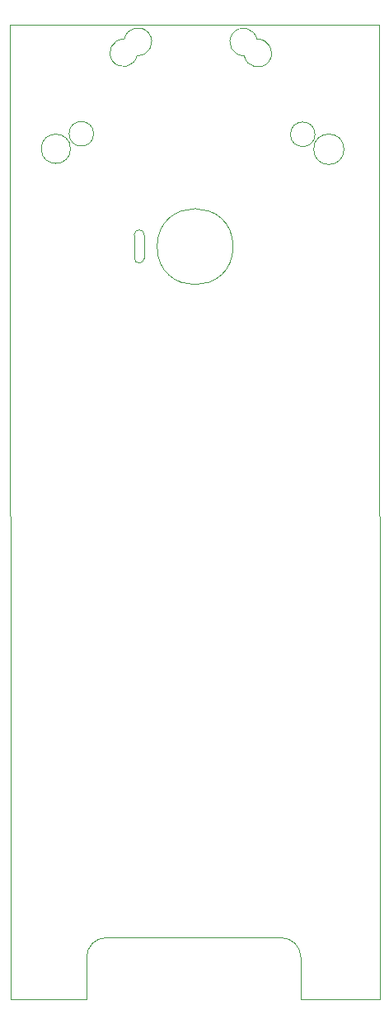
<source format=gbr>
G04 #@! TF.GenerationSoftware,KiCad,Pcbnew,7.0.1*
G04 #@! TF.CreationDate,2023-11-23T20:28:24+01:00*
G04 #@! TF.ProjectId,Spotify_controller,53706f74-6966-4795-9f63-6f6e74726f6c,rev?*
G04 #@! TF.SameCoordinates,Original*
G04 #@! TF.FileFunction,Profile,NP*
%FSLAX46Y46*%
G04 Gerber Fmt 4.6, Leading zero omitted, Abs format (unit mm)*
G04 Created by KiCad (PCBNEW 7.0.1) date 2023-11-23 20:28:24*
%MOMM*%
%LPD*%
G01*
G04 APERTURE LIST*
G04 #@! TA.AperFunction,Profile*
%ADD10C,0.100000*%
G04 #@! TD*
G04 #@! TA.AperFunction,Profile*
%ADD11C,0.050000*%
G04 #@! TD*
G04 APERTURE END LIST*
D10*
X66300000Y-142500000D02*
X58200000Y-142500000D01*
X56200000Y-136200000D02*
X38200000Y-136200000D01*
X66240000Y-42500000D02*
X28300000Y-42500000D01*
X66300000Y-142500000D02*
X66240000Y-42500000D01*
X28360000Y-142500000D02*
X36200000Y-142500000D01*
X28300000Y-42500000D02*
X28360000Y-142500000D01*
X36200000Y-142500000D02*
X36200000Y-138200000D01*
X58200000Y-142500000D02*
X58200000Y-138200000D01*
X58200000Y-138200000D02*
G75*
G03*
X56200000Y-136200000I-2000000J0D01*
G01*
X38200000Y-136200000D02*
G75*
G03*
X36200000Y-138200000I0J-2000000D01*
G01*
D11*
G04 #@! TO.C,J1*
X34539367Y-55246493D02*
G75*
G03*
X34539367Y-55246493I-1503191J0D01*
G01*
X36914388Y-53708493D02*
G75*
G03*
X36914388Y-53708493I-1260612J0D01*
G01*
X59655562Y-53759400D02*
G75*
G03*
X59655562Y-53759400I-1260962J0D01*
G01*
X62637337Y-55297400D02*
G75*
G03*
X62637337Y-55297400I-1560337J0D01*
G01*
D10*
X41370500Y-45684496D02*
G75*
G03*
X40059249Y-44003753I91840J1423516D01*
G01*
X40059249Y-44003723D02*
G75*
G03*
X41367028Y-45683800I-69049J-1402777D01*
G01*
X53695599Y-44007400D02*
G75*
G03*
X52384522Y-45691682I-1380298J-277975D01*
G01*
X52384349Y-45688146D02*
G75*
G03*
X53695600Y-44007401I1403091J257230D01*
G01*
D11*
G04 #@! TO.C,J3*
X42107600Y-66469200D02*
X42107600Y-64081600D01*
X41091600Y-64081600D02*
X41091600Y-66469200D01*
X41091600Y-66469200D02*
G75*
G03*
X42107600Y-66469200I508000J0D01*
G01*
X42107600Y-64081600D02*
G75*
G03*
X41091600Y-64081600I-508000J0D01*
G01*
X51240000Y-65290000D02*
G75*
G03*
X51240000Y-65290000I-3900000J0D01*
G01*
G04 #@! TD*
M02*

</source>
